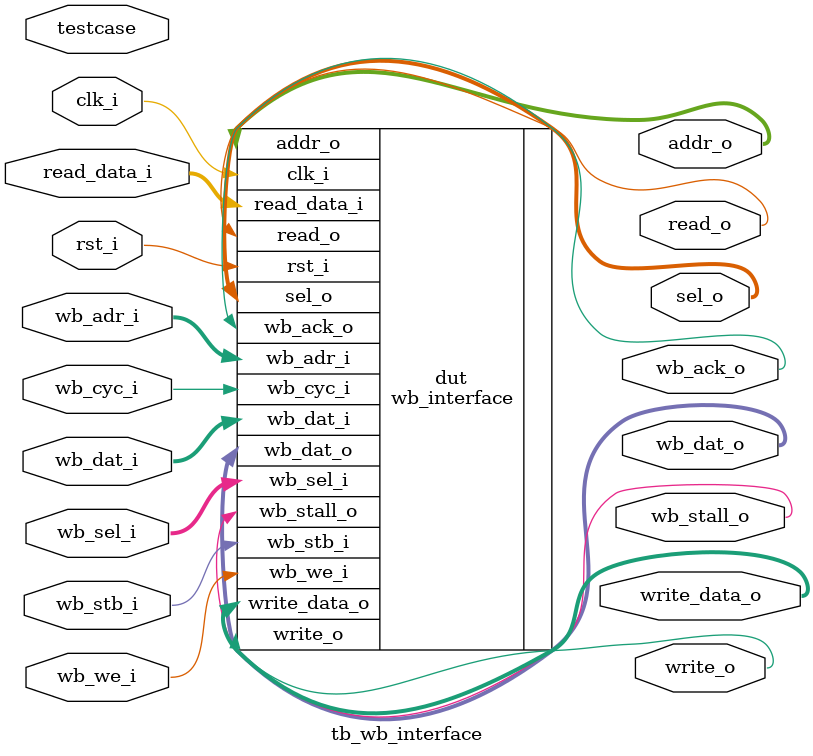
<source format=sv>
/*           __        _
 *  ________/ /  ___ _(_)__  ___
 * / __/ __/ _ \/ _ `/ / _ \/ -_)
 * \__/\__/_//_/\_,_/_/_//_/\__/
 * 
 * Copyright (C) Clément Chaine
 * This file is part of ECAP5-DWBMEM-BRAM <https://github.com/ecap5/ECAP5-DWBMEM-BRAM>
 *
 * ECAP5-DWBMEM-BRAM is free software: you can redistribute it and/or modify
 * it under the terms of the GNU General Public License as published by
 * the Free Software Foundation, either version 3 of the License, or
 * (at your option) any later version.
 *
 * ECAP5-DWBMEM-BRAM is distributed in the hope that it will be useful,
 * but WITHOUT ANY WARRANTY; without even the implied warranty of
 * MERCHANTABILITY or FITNESS FOR A PARTICULAR PURPOSE.  See the
 * GNU General Public License for more details.
 *
 * You should have received a copy of the GNU General Public License
 * along with ECAP5-DWBMEM-BRAM.  If not, see <http://www.gnu.org/licenses/>.
 */

module tb_wb_interface
(
  input   int          testcase,

  input   logic         clk_i,
  input   logic         rst_i,

  //=================================
  //    Memory interface

  input   logic[31:0]  wb_adr_i,
  output  logic[31:0]  wb_dat_o,
  input   logic[31:0]  wb_dat_i,
  input   logic        wb_we_i,
  input   logic[3:0]   wb_sel_i,
  input   logic        wb_stb_i,
  output  logic        wb_ack_o,
  input   logic        wb_cyc_i,
  output  logic        wb_stall_o,

  //=================================
  //    Output interface

  output  logic[31:0]   addr_o,
  output  logic        read_o,
  input   logic[31:0]  read_data_i,
  output  logic        write_o,
  output  logic[31:0]  write_data_o,
  output  logic[3:0]   sel_o
);

wb_interface dut (
  .clk_i         (clk_i),
  .rst_i         (rst_i),

  .wb_adr_i      (wb_adr_i),
  .wb_dat_o      (wb_dat_o),
  .wb_dat_i      (wb_dat_i),
  .wb_we_i       (wb_we_i),
  .wb_sel_i      (wb_sel_i),
  .wb_stb_i      (wb_stb_i),
  .wb_ack_o      (wb_ack_o),
  .wb_cyc_i      (wb_cyc_i),
  .wb_stall_o    (wb_stall_o),

  .addr_o        (addr_o),
  .read_o        (read_o),
  .read_data_i   (read_data_i),
  .write_o       (write_o),
  .write_data_o  (write_data_o),
  .sel_o         (sel_o)
);

endmodule // tb_wb_interface

</source>
